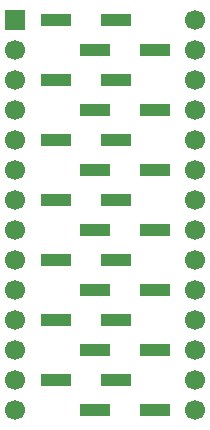
<source format=gbs>
G04 #@! TF.GenerationSoftware,KiCad,Pcbnew,9.0.6*
G04 #@! TF.CreationDate,2026-01-05T13:28:29-06:00*
G04 #@! TF.ProjectId,SSOP-28_5.3x10.2_P0.65,53534f50-2d32-4385-9f35-2e337831302e,rev?*
G04 #@! TF.SameCoordinates,Original*
G04 #@! TF.FileFunction,Soldermask,Bot*
G04 #@! TF.FilePolarity,Negative*
%FSLAX46Y46*%
G04 Gerber Fmt 4.6, Leading zero omitted, Abs format (unit mm)*
G04 Created by KiCad (PCBNEW 9.0.6) date 2026-01-05 13:28:29*
%MOMM*%
%LPD*%
G01*
G04 APERTURE LIST*
%ADD10C,1.700000*%
%ADD11R,1.700000X1.700000*%
%ADD12R,2.510000X1.000000*%
G04 APERTURE END LIST*
D10*
X139192000Y-119634000D03*
X139192000Y-117094000D03*
X139192000Y-114554000D03*
X139192000Y-112014000D03*
X139192000Y-109474000D03*
X139192000Y-106934000D03*
X139192000Y-104394000D03*
X139192000Y-101854000D03*
X139192000Y-99314000D03*
X139192000Y-96774000D03*
X139192000Y-94234000D03*
X139192000Y-91694000D03*
X139192000Y-89154000D03*
X139192000Y-86614000D03*
X123952000Y-119634000D03*
X123952000Y-117094000D03*
X123952000Y-114554000D03*
X123952000Y-112014000D03*
X123952000Y-109474000D03*
X123952000Y-106934000D03*
X123952000Y-104394000D03*
X123952000Y-101854000D03*
X123952000Y-99314000D03*
X123952000Y-96774000D03*
X123952000Y-94234000D03*
X123952000Y-91694000D03*
X123952000Y-89154000D03*
D11*
X123952000Y-86614000D03*
D12*
X135767000Y-119634000D03*
X132457000Y-117094000D03*
X135767000Y-114554000D03*
X132457000Y-112014000D03*
X135767000Y-109474000D03*
X132457000Y-106934000D03*
X135767000Y-104394000D03*
X132457000Y-101854000D03*
X135767000Y-99314000D03*
X132457000Y-96774000D03*
X135767000Y-94234000D03*
X132457000Y-91694000D03*
X135767000Y-89154000D03*
X132457000Y-86614000D03*
X127377000Y-86614000D03*
X130687000Y-89154000D03*
X127377000Y-91694000D03*
X130687000Y-94234000D03*
X127377000Y-96774000D03*
X130687000Y-99314000D03*
X127377000Y-101854000D03*
X130687000Y-104394000D03*
X127377000Y-106934000D03*
X130687000Y-109474000D03*
X127377000Y-112014000D03*
X130687000Y-114554000D03*
X127377000Y-117094000D03*
X130687000Y-119634000D03*
M02*

</source>
